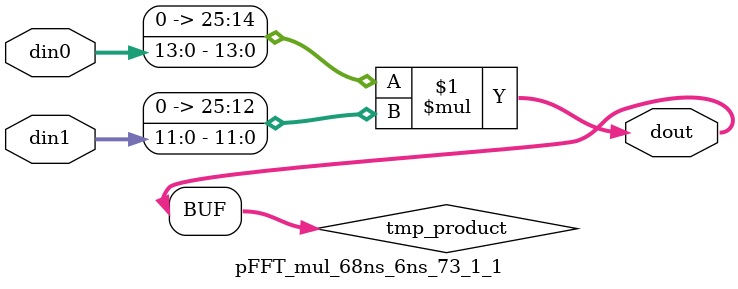
<source format=v>

`timescale 1 ns / 1 ps

 module pFFT_mul_68ns_6ns_73_1_1(din0, din1, dout);
parameter ID = 1;
parameter NUM_STAGE = 0;
parameter din0_WIDTH = 14;
parameter din1_WIDTH = 12;
parameter dout_WIDTH = 26;

input [din0_WIDTH - 1 : 0] din0; 
input [din1_WIDTH - 1 : 0] din1; 
output [dout_WIDTH - 1 : 0] dout;

wire signed [dout_WIDTH - 1 : 0] tmp_product;
























assign tmp_product = $signed({1'b0, din0}) * $signed({1'b0, din1});











assign dout = tmp_product;





















endmodule

</source>
